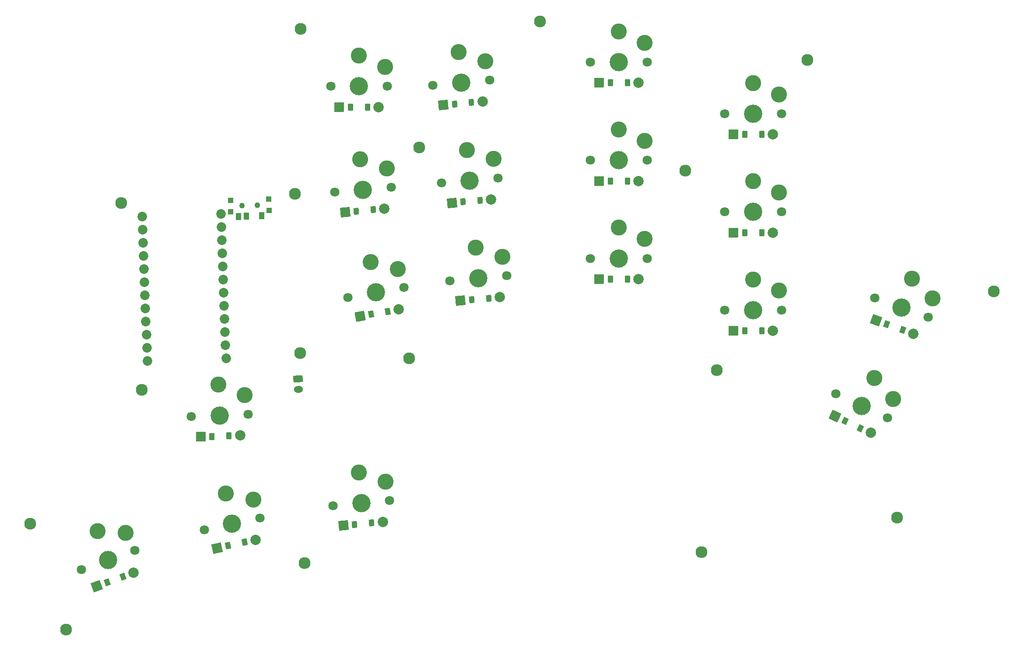
<source format=gbr>
%TF.GenerationSoftware,KiCad,Pcbnew,8.0.6*%
%TF.CreationDate,2025-01-06T03:58:56-07:00*%
%TF.ProjectId,right_circuit,72696768-745f-4636-9972-637569742e6b,v1.0.0*%
%TF.SameCoordinates,Original*%
%TF.FileFunction,Soldermask,Top*%
%TF.FilePolarity,Negative*%
%FSLAX46Y46*%
G04 Gerber Fmt 4.6, Leading zero omitted, Abs format (unit mm)*
G04 Created by KiCad (PCBNEW 8.0.6) date 2025-01-06 03:58:56*
%MOMM*%
%LPD*%
G01*
G04 APERTURE LIST*
G04 Aperture macros list*
%AMRoundRect*
0 Rectangle with rounded corners*
0 $1 Rounding radius*
0 $2 $3 $4 $5 $6 $7 $8 $9 X,Y pos of 4 corners*
0 Add a 4 corners polygon primitive as box body*
4,1,4,$2,$3,$4,$5,$6,$7,$8,$9,$2,$3,0*
0 Add four circle primitives for the rounded corners*
1,1,$1+$1,$2,$3*
1,1,$1+$1,$4,$5*
1,1,$1+$1,$6,$7*
1,1,$1+$1,$8,$9*
0 Add four rect primitives between the rounded corners*
20,1,$1+$1,$2,$3,$4,$5,0*
20,1,$1+$1,$4,$5,$6,$7,0*
20,1,$1+$1,$6,$7,$8,$9,0*
20,1,$1+$1,$8,$9,$2,$3,0*%
%AMHorizOval*
0 Thick line with rounded ends*
0 $1 width*
0 $2 $3 position (X,Y) of the first rounded end (center of the circle)*
0 $4 $5 position (X,Y) of the second rounded end (center of the circle)*
0 Add line between two ends*
20,1,$1,$2,$3,$4,$5,0*
0 Add two circle primitives to create the rounded ends*
1,1,$1,$2,$3*
1,1,$1,$4,$5*%
G04 Aperture macros list end*
%ADD10C,2.300000*%
%ADD11RoundRect,0.050000X-0.434021X-0.465431X0.465431X-0.434021X0.434021X0.465431X-0.465431X0.434021X0*%
%ADD12C,1.100000*%
%ADD13RoundRect,0.050000X-0.427914X-0.640324X0.471538X-0.608914X0.427914X0.640324X-0.471538X0.608914X0*%
%ADD14C,1.801800*%
%ADD15C,3.100000*%
%ADD16C,3.529000*%
%ADD17RoundRect,0.050000X-0.808136X-0.963099X0.963099X-0.808136X0.808136X0.963099X-0.963099X0.808136X0*%
%ADD18RoundRect,0.050000X-0.395994X-0.636937X0.500581X-0.558497X0.395994X0.636937X-0.500581X0.558497X0*%
%ADD19C,2.005000*%
%ADD20RoundRect,0.050000X-0.531331X-1.139443X1.139443X-0.531331X0.531331X1.139443X-1.139443X0.531331X0*%
%ADD21RoundRect,0.050000X-0.217650X-0.717725X0.628074X-0.409907X0.217650X0.717725X-0.628074X0.409907X0*%
%ADD22RoundRect,0.050000X-0.684740X-1.054407X1.054407X-0.684740X0.684740X1.054407X-1.054407X0.684740X0*%
%ADD23RoundRect,0.050000X-0.315419X-0.680449X0.564913X-0.493328X0.315419X0.680449X-0.564913X0.493328X0*%
%ADD24RoundRect,0.050000X-0.889000X-0.889000X0.889000X-0.889000X0.889000X0.889000X-0.889000X0.889000X0*%
%ADD25RoundRect,0.050000X-0.450000X-0.600000X0.450000X-0.600000X0.450000X0.600000X-0.450000X0.600000X0*%
%ADD26C,1.852600*%
%ADD27RoundRect,0.050000X-1.139443X-0.531331X0.531331X-1.139443X1.139443X0.531331X-0.531331X1.139443X0*%
%ADD28RoundRect,0.050000X-0.628074X-0.409907X0.217650X-0.717725X0.628074X0.409907X-0.217650X0.717725X0*%
%ADD29RoundRect,0.050000X-0.721121X-1.029867X1.029867X-0.721121X0.721121X1.029867X-1.029867X0.721121X0*%
%ADD30RoundRect,0.050000X-0.338975X-0.669026X0.547352X-0.512743X0.338975X0.669026X-0.547352X0.512743X0*%
%ADD31RoundRect,0.050000X-0.857433X-0.919484X0.919484X-0.857433X0.857433X0.919484X-0.919484X0.857433X0*%
%ADD32RoundRect,0.050000X-0.428786X-0.615339X0.470666X-0.583930X0.428786X0.615339X-0.470666X0.583930X0*%
%ADD33RoundRect,0.050000X-0.870422X0.569970X-0.828543X-0.629299X0.870422X-0.569970X0.828543X0.629299X0*%
%ADD34HorizOval,1.300000X-0.249848X-0.008725X0.249848X0.008725X0*%
%ADD35RoundRect,0.050000X-1.181415X-0.430000X0.430000X-1.181415X1.181415X0.430000X-0.430000X1.181415X0*%
%ADD36RoundRect,0.050000X-0.661409X-0.353606X0.154268X-0.733963X0.661409X0.353606X-0.154268X0.733963X0*%
G04 APERTURE END LIST*
D10*
%TO.C,MH1*%
X175170000Y-105160000D03*
%TD*%
%TO.C,MH1*%
X173220000Y-145950000D03*
%TD*%
%TO.C,MH1*%
X152150000Y-144930000D03*
%TD*%
%TO.C,MH1*%
X226680000Y-109670000D03*
%TD*%
%TO.C,MH1*%
X232800000Y-148230000D03*
%TD*%
%TO.C,MH1*%
X229820000Y-183520000D03*
%TD*%
%TO.C,MH1*%
X152990000Y-185560000D03*
%TD*%
%TO.C,MH1*%
X106860000Y-198470000D03*
%TD*%
%TO.C,MH1*%
X99960000Y-177980000D03*
%TD*%
%TO.C,MH1*%
X121520000Y-152050000D03*
%TD*%
%TO.C,MH1*%
X117540000Y-115920000D03*
%TD*%
%TO.C,MH1*%
X151120000Y-114140000D03*
%TD*%
%TO.C,MH1*%
X152280000Y-82240000D03*
%TD*%
%TO.C,MH1*%
X198610000Y-80790000D03*
%TD*%
%TO.C,MH1*%
X250340000Y-88220000D03*
%TD*%
%TO.C,MH1*%
X267700000Y-176760000D03*
%TD*%
D11*
%TO.C,T1*%
X138670000Y-115390000D03*
X138746779Y-117588660D03*
D12*
X140907050Y-116412551D03*
X143905222Y-116307853D03*
D11*
X146065493Y-115131744D03*
X146142272Y-117330404D03*
D13*
X144727182Y-118355414D03*
X141729009Y-118460113D03*
X140229923Y-118512462D03*
%TD*%
D14*
%TO.C,S14*%
X234314112Y-136646223D03*
D15*
X239814112Y-130696223D03*
D16*
X239814112Y-136646223D03*
D15*
X244814112Y-132896223D03*
D14*
X245314112Y-136646223D03*
%TD*%
D17*
%TO.C,D9*%
X181530084Y-115885440D03*
D18*
X183681865Y-115697184D03*
X186969307Y-115409570D03*
D19*
X189121088Y-115221314D03*
%TD*%
D20*
%TO.C,D1*%
X112787852Y-190061868D03*
D21*
X114817588Y-189323104D03*
X117918574Y-188194438D03*
D19*
X119948310Y-187455674D03*
%TD*%
D22*
%TO.C,D2*%
X136104905Y-182704735D03*
D23*
X138217703Y-182255644D03*
X141445591Y-181569536D03*
D19*
X143558389Y-181120445D03*
%TD*%
D14*
%TO.C,S12*%
X208314112Y-107646223D03*
D15*
X213814112Y-101696223D03*
D16*
X213814112Y-107646223D03*
D15*
X218814112Y-103896223D03*
D14*
X219314112Y-107646223D03*
%TD*%
%TO.C,S15*%
X234314112Y-117646223D03*
D15*
X239814112Y-111696223D03*
D16*
X239814112Y-117646223D03*
D15*
X244814112Y-113896223D03*
D14*
X245314112Y-117646223D03*
%TD*%
%TO.C,S6*%
X158828957Y-113845161D03*
D15*
X163789451Y-107438446D03*
D16*
X164308028Y-113365804D03*
D15*
X168962167Y-109194295D03*
D14*
X169787099Y-112886447D03*
%TD*%
%TO.C,S10*%
X177841933Y-93120256D03*
D15*
X182802427Y-86713541D03*
D16*
X183321004Y-92640899D03*
D15*
X187975143Y-88469390D03*
D14*
X188800075Y-92161542D03*
%TD*%
D24*
%TO.C,D14*%
X236004112Y-140646223D03*
D25*
X238164112Y-140646223D03*
X241464112Y-140646223D03*
D19*
X243624112Y-140646223D03*
%TD*%
D24*
%TO.C,D11*%
X210004112Y-130646223D03*
D25*
X212164112Y-130646223D03*
X215464112Y-130646223D03*
D19*
X217624112Y-130646223D03*
%TD*%
D24*
%TO.C,D13*%
X210004112Y-92646223D03*
D25*
X212164112Y-92646223D03*
X215464112Y-92646223D03*
D19*
X217624112Y-92646223D03*
%TD*%
D17*
%TO.C,D10*%
X179874125Y-96957741D03*
D18*
X182025906Y-96769485D03*
X185313348Y-96481871D03*
D19*
X187465129Y-96293615D03*
%TD*%
D26*
%TO.C,MCU1*%
X136849129Y-118040279D03*
X136937774Y-120578732D03*
X137026419Y-123117184D03*
X137115063Y-125655637D03*
X137203708Y-128194090D03*
X137292353Y-130732542D03*
X137380997Y-133270995D03*
X137469642Y-135809448D03*
X137558287Y-138347901D03*
X137646932Y-140886353D03*
X137735576Y-143424806D03*
X137824221Y-145963259D03*
X122593505Y-146495127D03*
X122504860Y-143956674D03*
X122416215Y-141418222D03*
X122327571Y-138879769D03*
X122238926Y-136341316D03*
X122150281Y-133802864D03*
X122061637Y-131264411D03*
X121972992Y-128725958D03*
X121884347Y-126187505D03*
X121795702Y-123649053D03*
X121707058Y-121110600D03*
X121618413Y-118572147D03*
%TD*%
D24*
%TO.C,D7*%
X159751108Y-97354754D03*
D25*
X161911108Y-97354754D03*
X165211108Y-97354754D03*
D19*
X167371108Y-97354754D03*
%TD*%
D14*
%TO.C,S4*%
X158520929Y-174479357D03*
D15*
X163481423Y-168072642D03*
D16*
X164000000Y-174000000D03*
D15*
X168654139Y-169828491D03*
D14*
X169479071Y-173520643D03*
%TD*%
D27*
%TO.C,D18*%
X263590872Y-138625697D03*
D28*
X265620608Y-139364461D03*
X268721594Y-140493127D03*
D19*
X270751330Y-141231891D03*
%TD*%
D17*
%TO.C,D6*%
X160861149Y-117682645D03*
D18*
X163012930Y-117494389D03*
X166300372Y-117206775D03*
D19*
X168452153Y-117018519D03*
%TD*%
D14*
%TO.C,S1*%
X109831691Y-186881111D03*
D15*
X112964980Y-179408829D03*
D16*
X115000000Y-185000000D03*
D15*
X118415888Y-179766052D03*
D14*
X120168309Y-183118889D03*
%TD*%
%TO.C,S7*%
X158061108Y-93354754D03*
D15*
X163561108Y-87404754D03*
D16*
X163561108Y-93354754D03*
D15*
X168561108Y-89604754D03*
D14*
X169061108Y-93354754D03*
%TD*%
%TO.C,S16*%
X234314112Y-98646223D03*
D15*
X239814112Y-92696223D03*
D16*
X239814112Y-98646223D03*
D15*
X244814112Y-94896223D03*
D14*
X245314112Y-98646223D03*
%TD*%
D24*
%TO.C,D15*%
X236004112Y-121646223D03*
D25*
X238164112Y-121646223D03*
X241464112Y-121646223D03*
D19*
X243624112Y-121646223D03*
%TD*%
D17*
%TO.C,D4*%
X160553121Y-178316842D03*
D18*
X162704902Y-178128586D03*
X165992344Y-177840972D03*
D19*
X168144125Y-177652716D03*
%TD*%
D14*
%TO.C,S3*%
X131093500Y-157235024D03*
D15*
X136382498Y-151096702D03*
D16*
X136590150Y-157043077D03*
D15*
X141456231Y-153120864D03*
D14*
X142086800Y-156851130D03*
%TD*%
%TO.C,S2*%
X133620188Y-179143514D03*
D15*
X137762925Y-172180022D03*
D16*
X139000000Y-178000000D03*
D15*
X143111069Y-173292388D03*
D14*
X144379812Y-176856486D03*
%TD*%
D29*
%TO.C,D5*%
X163738656Y-137836438D03*
D30*
X165865843Y-137461357D03*
X169115709Y-136888319D03*
D19*
X171242896Y-136513238D03*
%TD*%
D31*
%TO.C,D3*%
X132922069Y-161173607D03*
D32*
X135080753Y-161098224D03*
X138378743Y-160983056D03*
D19*
X140537427Y-160907673D03*
%TD*%
D14*
%TO.C,S9*%
X179497892Y-112047955D03*
D15*
X184458386Y-105641240D03*
D16*
X184976963Y-111568598D03*
D15*
X189631102Y-107397089D03*
D14*
X190456034Y-111089241D03*
%TD*%
D10*
%TO.C,MH1*%
X286350000Y-132990000D03*
%TD*%
D24*
%TO.C,D12*%
X210004112Y-111646223D03*
D25*
X212164112Y-111646223D03*
X215464112Y-111646223D03*
D19*
X217624112Y-111646223D03*
%TD*%
D17*
%TO.C,D8*%
X183186043Y-134813139D03*
D18*
X185337824Y-134624883D03*
X188625266Y-134337269D03*
D19*
X190777047Y-134149013D03*
%TD*%
D14*
%TO.C,S17*%
X255797122Y-152847551D03*
D15*
X263296394Y-149779420D03*
D16*
X260781815Y-155171951D03*
D15*
X266898172Y-153886388D03*
D14*
X265766508Y-157496351D03*
%TD*%
D24*
%TO.C,D16*%
X236004112Y-102646223D03*
D25*
X238164112Y-102646223D03*
X241464112Y-102646223D03*
D19*
X243624112Y-102646223D03*
%TD*%
D14*
%TO.C,S5*%
X161379741Y-134190672D03*
D15*
X165762977Y-127376001D03*
D16*
X166796184Y-133235607D03*
D15*
X171069042Y-128674337D03*
D14*
X172212627Y-132280542D03*
%TD*%
D33*
%TO.C,JST1*%
X151763614Y-149975105D03*
D34*
X151833402Y-151973887D03*
%TD*%
D14*
%TO.C,S18*%
X263370873Y-134288912D03*
D15*
X270574202Y-130578852D03*
D16*
X268539182Y-136170023D03*
D15*
X274520221Y-134356276D03*
D14*
X273707491Y-138051134D03*
%TD*%
D35*
%TO.C,D17*%
X255638309Y-157187006D03*
D36*
X257595934Y-158099862D03*
X260586750Y-159494502D03*
D19*
X262544375Y-160407358D03*
%TD*%
D14*
%TO.C,S11*%
X208314112Y-126646223D03*
D15*
X213814112Y-120696223D03*
D16*
X213814112Y-126646223D03*
D15*
X218814112Y-122896223D03*
D14*
X219314112Y-126646223D03*
%TD*%
%TO.C,S13*%
X208314112Y-88646223D03*
D15*
X213814112Y-82696223D03*
D16*
X213814112Y-88646223D03*
D15*
X218814112Y-84896223D03*
D14*
X219314112Y-88646223D03*
%TD*%
%TO.C,S8*%
X181153851Y-130975654D03*
D15*
X186114345Y-124568939D03*
D16*
X186632922Y-130496297D03*
D15*
X191287061Y-126324788D03*
D14*
X192111993Y-130016940D03*
%TD*%
M02*

</source>
